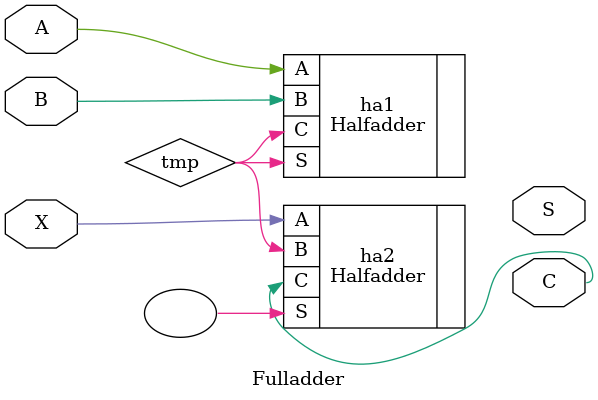
<source format=sv>
module Fulladder(
  input wire A, B, X,
  output wire S, C
);
  wire tmp;

  Halfadder ha1(.A(A), .B(B), .S(tmp), .C(tmp));
  Halfadder ha2(.A(X), .B(tmp), .S(), .C(C));
endmodule

</source>
